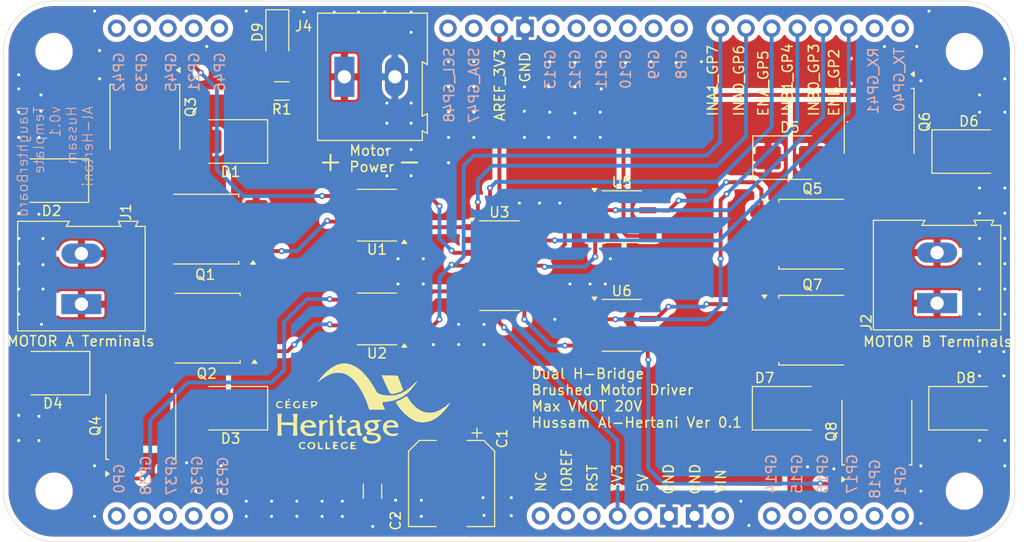
<source format=kicad_pcb>
(kicad_pcb (version 20240108) (generator "pcbnew") (generator_version "8.0")
  (layers (0 "F.Cu" signal) (31 "B.Cu" signal) (34 "B.Paste" user) (35 "F.Paste" user) (36 "B.SilkS" user "B.Silkscreen") (37 "F.SilkS" user "F.Silkscreen") (38 "B.Mask" user) (39 "F.Mask" user) (44 "Edge.Cuts" user))
  (net 0 "")
  (net 1 "Vdrive")
  (net 2 "GND")
  (net 3 "/POWA")
  (net 4 "/POWB")
  (net 5 "/POWC")
  (net 6 "/POWD")
  (net 9 "INA0")
  (net 12 "INB1")
  (net 14 "ENB")
  (net 31 "INA1")
  (net 36 "ENA")
  (net 37 "+3V3")
  (net 38 "INB0")
  (net 45 "Net-(Q1-G)")
  (net 46 "Net-(Q2-G)")
  (net 47 "Net-(Q3-G)")
  (net 48 "Net-(Q4-G)")
  (net 49 "Net-(Q5-G)")
  (net 50 "Net-(Q6-G)")
  (net 51 "Net-(Q7-G)")
  (net 52 "Net-(Q8-G)")
  (net 55 "Net-(U1-IN_B)")
  (net 56 "Net-(U2-IN_B)")
  (net 59 "Net-(U5-IN_B)")
  (net 60 "Net-(U6-IN_B)")
  (net 65 "Net-(D9-A)")
  (footprint "Diode_SMD:D_SMB" (layer "F.Cu") (at 78.3775 108.3275 180)
    (property "Reference" "D4")
    (property "Value" "B250")
  )
  (footprint "Diode_SMD:D_SMB" (layer "F.Cu") (at 151.2 111.8)
    (property "Reference" "D7")
    (property "Value" "B250")
  )
  (footprint "Diode_SMD:D_SMB" (layer "F.Cu") (at 95.95 111.8 180)
    (property "Reference" "D3")
    (property "Value" "B250")
  )
  (footprint "LED_SMD:LED_1206_3216Metric_Pad1.42x1.75mm_HandSolder" (layer "F.Cu") (at 100.5775 74.8225 -90)
    (property "Reference" "D9")
    (property "Value" "LED")
  )
  (footprint "TerminalBlock:TerminalBlock_Altech_AK300-2_P5.00mm" (layer "F.Cu") (at 81.2 101.5 90)
    (property "Reference" "J1")
    (property "Value" "Screw_Terminal_01x02")
  )
  (footprint "Package_TO_SOT_SMD:TO-252-2" (layer "F.Cu") (at 93.585 103.875 180)
    (property "Reference" "Q2")
    (property "Value" "AOD4189")
  )
  (footprint "Package_TO_SOT_SMD:TO-252-2" (layer "F.Cu") (at 159.85 114.11 90)
    (property "Reference" "Q8")
    (property "Value" "AOD66406")
  )
  (footprint "Package_TO_SOT_SMD:TO-252-2" (layer "F.Cu") (at 93.4425 94.075 180)
    (property "Reference" "Q1")
    (property "Value" "AOD4189")
  )
  (footprint "Package_SO:SO-8_3.9x4.9mm_P1.27mm" (layer "F.Cu") (at 134.625 92.845)
    (property "Reference" "U5")
    (property "Value" "MIC4427")
  )
  (footprint "Resistor_SMD:R_1206_3216Metric_Pad1.30x1.75mm_HandSolder" (layer "F.Cu") (at 101 80.4 180)
    (property "Reference" "R1")
    (property "Value" "1.6k")
  )
  (footprint "Package_SO:SO-8_3.9x4.9mm_P1.27mm" (layer "F.Cu") (at 110.425 92.695 180)
    (property "Reference" "U1")
    (property "Value" "MIC4427")
  )
  (footprint "Package_TO_SOT_SMD:TO-252-2" (layer "F.Cu") (at 153.465 104.075)
    (property "Reference" "Q7")
    (property "Value" "AOD4189")
  )
  (footprint "Diode_SMD:D_SMB" (layer "F.Cu") (at 168.95 86.4)
    (property "Reference" "D6")
    (property "Value" "B250")
  )
  (footprint "Diode_SMD:D_SMB" (layer "F.Cu") (at 95.95 85.4 180)
    (property "Reference" "D1")
    (property "Value" "B250")
  )
  (footprint "Package_SO:SO-14_3.9x8.65mm_P1.27mm" (layer "F.Cu") (at 122.525 97.69)
    (property "Reference" "U3")
    (property "Value" "74HC08")
  )
  (footprint "Diode_SMD:D_SMB" (layer "F.Cu") (at 78.25 89.2725 180)
    (property "Reference" "D2")
    (property "Value" "B250")
  )
  (footprint "TerminalBlock:TerminalBlock_Altech_AK300-2_P5.00mm" (layer "F.Cu") (at 165.8 101.4 90)
    (property "Reference" "J2")
    (property "Value" "Screw_Terminal_01x02")
  )
  (footprint "Package_TO_SOT_SMD:TO-252-2" (layer "F.Cu") (at 87.075 113.56 90)
    (property "Reference" "Q4")
    (property "Value" "AOD66406")
  )
  (footprint "Capacitor_SMD:CP_Elec_8x10" (layer "F.Cu") (at 117.8 119.25 -90)
    (property "Reference" "C1")
    (property "Value" "330u")
  )
  (footprint "Diode_SMD:D_SMB" (layer "F.Cu") (at 151.25 87)
    (property "Reference" "D5")
    (property "Value" "B250")
  )
  (footprint "TerminalBlock:TerminalBlock_Altech_AK300-2_P5.00mm" (layer "F.Cu") (at 107.2 79)
    (property "Reference" "J4")
    (property "Value" "Screw_Terminal_01x02")
  )
  (footprint "Package_TO_SOT_SMD:TO-252-2" (layer "F.Cu") (at 160.075 83.465 -90)
    (property "Reference" "Q6")
    (property "Value" "AOD66406")
  )
  (footprint "Package_TO_SOT_SMD:TO-252-2" (layer "F.Cu") (at 87.475 83.065 -90)
    (property "Reference" "Q3")
    (property "Value" "AOD66406")
  )
  (footprint "Package_SO:SO-8_3.9x4.9mm_P1.27mm" (layer "F.Cu") (at 110.425 102.965 180)
    (property "Reference" "U2")
    (property "Value" "MIC4427")
  )
  (footprint "Capacitor_SMD:C_1206_3216Metric_Pad1.33x1.80mm_HandSolder" (layer "F.Cu") (at 109.982 120.015 -90)
    (property "Reference" "C2")
    (property "Value" "0.1u")
  )
  (footprint "Diode_SMD:D_SMB" (layer "F.Cu") (at 168.65 111.8)
    (property "Reference" "D8")
    (property "Value" "B250")
  )
  (footprint "Package_SO:SO-8_3.9x4.9mm_P1.27mm" (layer "F.Cu") (at 134.625 103.595)
    (property "Reference" "U6")
    (property "Value" "MIC4427")
  )
  (footprint "Package_TO_SOT_SMD:TO-252-2" (layer "F.Cu") (at 153.465 94.575)
    (property "Reference" "Q5")
    (property "Value" "AOD4189")
  )
  (footprint "logos:heritage-logo-small" (layer "F.Cu") (at 108.8 111.6)
    (property "Reference" "G***" (hide yes))
    (property "Value" "LOGO" (hide yes))
  )
  (footprint "myparts:DaughterBoardTemplate" (layer "F.Cu") (at 122.78 99.854)
    (property "Reference" "J3" (hide yes))
    (property "Value" "DaughterBoard" (hide yes))
    (fp_line (start -49.28 20.146) (end -49.28 -23.354) (stroke (width 0.05)) (layer "Edge.Cuts"))
    (fp_line (start -44.28 -28.354) (end 45.72 -28.354) (stroke (width 0.05)) (layer "Edge.Cuts"))
    (fp_line (start 45.72 25.146) (end -44.28 25.146) (stroke (width 0.05)) (layer "Edge.Cuts"))
    (fp_line (start 50.72 -23.354) (end 50.72 20.146) (stroke (width 0.05)) (layer "Edge.Cuts"))
    (fp_arc (start -49.28 -23.354) (mid -47.815534 -26.889534) (end -44.28 -28.354) (stroke (width 0.05)) (layer "Edge.Cuts"))
    (fp_arc (start -44.28 25.146) (mid -47.815534 23.681534) (end -49.28 20.146) (stroke (width 0.05)) (layer "Edge.Cuts"))
    (fp_arc (start 45.72 -28.354) (mid 49.255534 -26.889534) (end 50.72 -23.354) (stroke (width 0.05)) (layer "Edge.Cuts"))
    (fp_arc (start 50.72 20.146) (mid 49.255534 23.681534) (end 45.72 25.146) (stroke (width 0.05)) (layer "Edge.Cuts"))
  )
  (gr_text "GP0" (at 85.53 117.2 90) (layer "B.SilkS") (effects (font (size 1 1)) (justify left bottom mirror)))
  (gr_text "GP16" (at 155.085 116.25 90) (layer "B.SilkS") (effects (font (size 1 1)) (justify left bottom mirror)))
  (gr_text "+" (at 107.2 88.5 0) (layer "F.SilkS") (effects (font (size 2 2) (thickness 0.2)) (justify left bottom mirror)))
  (gr_text "MOTOR B Terminals" (at 158.4 105.8 0) (layer "F.SilkS") (effects (font (size 1 1)) (justify left bottom)))
  (gr_text "MOTOR A Terminals" (at 73.75 105.75 0) (layer "F.SilkS") (effects (font (size 1 1)) (justify left bottom)))
  (gr_text "Motor \nPower" (at 107.6 88.5 0) (layer "F.SilkS") (effects (font (size 1 1)) (justify left bottom)))
  (gr_text "-" (at 115 88.5 0) (layer "F.SilkS") (effects (font (size 2 2) (thickness 0.2)) (justify left bottom mirror)))
  (gr_text "Dual H-Bridge \nBrushed Motor Driver\nMax VMOT 20V\nHussam Al-Hertani Ver 0.1" (at 125.6 113.8 0) (layer "F.SilkS") (effects (font (size 1 1)) (justify left bottom)))
  (via (at 133 99.5) (size 0.6) (drill 0.3) (layers "F.Cu" "B.Cu") (net 2))
  (via (at 130 77.6) (size 0.6) (drill 0.3) (layers "F.Cu" "B.Cu") (net 2))
  (via (at 111.4 81.6) (size 0.6) (drill 0.3) (layers "F.Cu" "B.Cu") (net 2))
  (via (at 77.2 82.4) (size 0.6) (drill 0.3) (layers "F.Cu" "B.Cu") (net 2))
  (via (at 117.5 80) (size 0.6) (drill 0.3) (layers "F.Cu" "B.Cu") (net 2))
  (via (at 120.904 120.65) (size 0.6) (drill 0.3) (layers "F.Cu" "B.Cu") (net 2))
  (via (at 113.8 81.6) (size 0.6) (drill 0.3) (layers "F.Cu" "B.Cu") (net 2))
  (via (at 155.6 117.8) (size 0.6) (drill 0.3) (layers "F.Cu" "B.Cu") (net 2))
  (via (at 172.5 95) (size 0.6) (drill 0.3) (layers "F.Cu" "B.Cu") (net 2))
  (via (at 108.6 72.6) (size 0.6) (drill 0.3) (layers "F.Cu" "B.Cu") (net 2))
  (via (at 170 90) (size 0.6) (drill 0.3) (layers "F.Cu" "B.Cu") (net 2))
  (via (at 126.5 91.5) (size 0.6) (drill 0.3) (layers "F.Cu" "B.Cu") (net 2))
  (via (at 97.5 72.5) (size 0.6) (drill 0.3) (layers "F.Cu" "B.Cu") (net 2))
  (via (at 172.5 100) (size 0.6) (drill 0.3) (layers "F.Cu" "B.Cu") (net 2))
  (via (at 77.4 97.6) (size 0.6) (drill 0.3) (layers "F.Cu" "B.Cu") (net 2))
  (via (at 172.4 108.6) (size 0.6) (drill 0.3) (layers "F.Cu" "B.Cu") (net 2))
  (via (at 142.5 77.5) (size 0.6) (drill 0.3) (layers "F.Cu" "B.Cu") (net 2))
  (via (at 77 92.6) (size 0.6) (drill 0.3) (layers "F.Cu" "B.Cu") (net 2))
  (via (at 103.2 72.6) (size 0.6) (drill 0.3) (layers "F.Cu" "B.Cu") (net 2))
  (via (at 121 105.5) (size 0.6) (drill 0.3) (layers "F.Cu" "B.Cu") (net 2))
  (via (at 112.5 99.5) (size 0.6) (drill 0.3) (layers "F.Cu" "B.Cu") (net 2))
  (via (at 172.5 117.5) (size 0.6) (drill 0.3) (layers "F.Cu" "B.Cu") (net 2))
  (via (at 172.5 90) (size 0.6) (drill 0.3) (layers "F.Cu" "B.Cu") (net 2))
  (via (at 110 123.5) (size 0.6) (drill 0.3) (layers "F.Cu" "B.Cu") (net 2))
  (via (at 116 105.5) (size 0.6) (drill 0.3) (layers "F.Cu" "B.Cu") (net 2))
  (via (at 75 102.5) (size 0.6) (drill 0.3) (layers "F.Cu" "B.Cu") (net 2))
  (via (at 77.4 100) (size 0.6) (drill 0.3) (layers "F.Cu" "B.Cu") (net 2))
  (via (at 100 121) (size 0.6) (drill 0.3) (layers "F.Cu" "B.Cu") (net 2))
  (via (at 95 120) (size 0.6) (drill 0.3) (layers "F.Cu" "B.Cu") (net 2))
  (via (at 164.2 79.4) (size 0.6) (drill 0.3) (layers "F.Cu" "B.Cu") (net 2))
  (via (at 172.5 97.5) (size 0.6) (drill 0.3) (layers "F.Cu" "B.Cu") (net 2))
  (via (at 170 100) (size 0.6) (drill 0.3) (layers "F.Cu" "B.Cu") (net 2))
  (via (at 123.698 122.428) (size 0.6) (drill 0.3) (layers "F.Cu" "B.Cu") (net 2))
  (via (at 129.5 99.5) (size 0.6) (drill 0.3) (layers "F.Cu" "B.Cu") (net 2))
  (via (at 128.5 91.5) (size 0.6) (drill 0.3) (layers "F.Cu" "B.Cu") (net 2))
  (via (at 125 82.4) (size 0.6) (drill 0.3) (layers "F.Cu" "B.Cu") (net 2))
  (via (at 102.5 121) (size 0.6) (drill 0.3) (layers "F.Cu" "B.Cu") (net 2))
  (via (at 132.5 77.5) (size 0.6) (drill 0.3) (layers "F.Cu" "B.Cu") (net 2))
  (via (at 170 108.6) (size 0.6) (drill 0.3) (layers "F.Cu" "B.Cu") (net 2))
  (via (at 121 122.4) (size 0.6) (drill 0.3) (layers "F.Cu" "B.Cu") (net 2))
  (via (at 130 82.6) (size 0.6) (drill 0.3) (layers "F.Cu" "B.Cu") (net 2))
  (via (at 97.5 122.5) (size 0.6) (drill 0.3) (layers "F.Cu" "B.Cu") (net 2))
  (via (at 170 115) (size 0.6) (drill 0.3) (layers "F.Cu" "B.Cu") (net 2))
  (via (at 111.2 72.6) (size 0.6) (drill 0.3) (layers "F.Cu" "B.Cu") (net 2))
  (via (at 92.5 120) (size 0.6) (drill 0.3) (layers "F.Cu" "B.Cu") (net 2))
  (via (at 75 95) (size 0.6) (drill 0.3) (layers "F.Cu" "B.Cu") (net 2))
  (via (at 172.5 115) (size 0.6) (drill 0.3) (layers "F.Cu" "B.Cu") (net 2))
  (via (at 117.5 82.5) (size 0.6) (drill 0.3) (layers "F.Cu" "B.Cu") (net 2))
  (via (at 77.2 80.8) (size 0.6) (drill 0.3) (layers "F.Cu" "B.Cu") (net 2))
  (via (at 120 80) (size 0.6) (drill 0.3) (layers "F.Cu" "B.Cu") (net 2))
  (via (at 97.5 121) (size 0.6) (drill 0.3) (layers "F.Cu" "B.Cu") (net 2))
  (via (at 132.5 82.5) (size 0.6) (drill 0.3) (layers "F.Cu" "B.Cu") (net 2))
  (via (at 170 97.5) (size 0.6) (drill 0.3) (layers "F.Cu" "B.Cu") (net 2))
  (via (at 135 77.6) (size 0.6) (drill 0.3) (layers "F.Cu" "B.Cu") (net 2))
  (via (at 83 76.4) (size 0.6) (drill 0.3) (layers "F.Cu" "B.Cu") (net 2))
  (via (at 120 82.5) (size 0.6) (drill 0.3) (layers "F.Cu" "B.Cu") (net 2))
  (via (at 123.698 120.65) (size 0.6) (drill 0.3) (layers "F.Cu" "B.Cu") (net 2))
  (via (at 107 121) (size 0.6) (drill 0.3) (layers "F.Cu" "B.Cu") (net 2))
  (via (at 115 99.5) (size 0.6) (drill 0.3) (layers "F.Cu" "B.Cu") (net 2))
  (via (at 112.5 97) (size 0.6) (drill 0.3) (layers "F.Cu" "B.Cu") (net 2))
  (via (at 172.5 92.5) (size 0.6) (drill 0.3) (layers "F.Cu" "B.Cu") (net 2))
  (via (at 165 72.5) (size 0.6) (drill 0.3) (layers "F.Cu" "B.Cu") (net 2))
  (via (at 170 92.5) (size 0.6) (drill 0.3) (layers "F.Cu" "B.Cu") (net 2))
  (via (at 120 77.5) (size 0.6) (drill 0.3) (layers "F.Cu" "B.Cu") (net 2))
  (via (at 82.5 122.5) (size 0.6) (drill 0.3) (layers "F.Cu" "B.Cu") (net 2))
  (via (at 102.5 122.5) (size 0.6) (drill 0.3) (layers "F.Cu" "B.Cu") (net 2))
  (via (at 113.8 88.8) (size 0.6) (drill 0.3) (layers "F.Cu" "B.Cu") (net 2))
  (via (at 114.808 122.5) (size 0.6) (drill 0.3) (layers "F.Cu" "B.Cu") (net 2))
  (via (at 146.4 121) (size 0.6) (drill 0.3) (layers "F.Cu" "B.Cu") (net 2))
  (via (at 75 115) (size 0.6) (drill 0.3) (layers "F.Cu" "B.Cu") (net 2))
  (via (at 77 85) (size 0.6) (drill 0.3) (layers "F.Cu" "B.Cu") (net 2))
  (via (at 115 97) (size 0.6) (drill 0.3) (layers "F.Cu" "B.Cu") (net 2))
  (via (at 121 103.5) (size 0.6) (drill 0.3) (layers "F.Cu" "B.Cu") (net 2))
  (via (at 75 80.2) (size 0.6) (drill 0.3) (layers "F.Cu" "B.Cu") (net 2))
  (via (at 172.5 82.5) (size 0.6) (drill 0.3) (layers "F.Cu" "B.Cu") (net 2))
  (via (at 105 121) (size 0.6) (drill 0.3) (layers "F.Cu" "B.Cu") (net 2))
  (via (at 170 80.8) (size 0.6) (drill 0.3) (layers "F.Cu" "B.Cu") (net 2))
  (via (at 82.5 72.5) (size 0.6) (drill 0.3) (layers "F.Cu" "B.Cu") (net 2))
  (via (at 124.5 91.5) (size 0.6) (drill 0.3) (layers "F.Cu" "B.Cu") (net 2))
  (via (at 172.4 106.2) (size 0.6) (drill 0.3) (layers "F.Cu" "B.Cu") (net 2))
  (via (at 77.4 95) (size 0.6) (drill 0.3) (layers "F.Cu" "B.Cu") (net 2))
  (via (at 125 80) (size 0.6) (drill 0.3) (layers "F.Cu" "B.Cu") (net 2))
  (via (at 82.5 117.5) (size 0.6) (drill 0.3) (layers "F.Cu" "B.Cu") (net 2))
  (via (at 113.8 86.2) (size 0.6) (drill 0.3) (layers "F.Cu" "B.Cu") (net 2))
  (via (at 127.4 85) (size 0.6) (drill 0.3) (layers "F.Cu" "B.Cu") (net 2))
  (via (at 75 85) (size 0.6) (drill 0.3) (layers "F.Cu" "B.Cu") (net 2))
  (via (at 118.5 103.5) (size 0.6) (drill 0.3) (layers "F.Cu" "B.Cu") (net 2))
  (via (at 117.5 87.5) (size 0.6) (drill 0.3) (layers "F.Cu" "B.Cu") (net 2))
  (via (at 164.2 117.5) (size 0.6) (drill 0.3) (layers "F.Cu" "B.Cu") (net 2))
  (via (at 147.2 123.4) (size 0.6) (drill 0.3) (layers "F.Cu" "B.Cu") (net 2))
  (via (at 132.6 80.2) (size 0.6) (drill 0.3) (layers "F.Cu" "B.Cu") (net 2))
  (via (at 117.5 77.5) (size 0.6) (drill 0.3) (layers "F.Cu" "B.Cu") (net 2))
  (via (at 93.6 76) (size 0.6) (drill 0.3) (layers "F.Cu" "B.Cu") (net 2))
  (via (at 172.5 79.2) (size 0.6) (drill 0.3) (layers "F.Cu" "B.Cu") (net 2))
  (via (at 118.5 105.5) (size 0.6) (drill 0.3) (layers "F.Cu" "B.Cu") (net 2))
  (via (at 127.5 77.5) (size 0.6) (drill 0.3) (layers "F.Cu" "B.Cu") (net 2))
  (via (at 75 112.5) (size 0.6) (drill 0.3) (layers "F.Cu" "B.Cu") (net 2))
  (via (at 164.2 123.2) (size 0.6) (drill 0.3) (layers "F.Cu" "B.Cu") (net 2))
  (via (at 75 92.5) (size 0.6) (drill 0.3) (layers "F.Cu" "B.Cu") (net 2))
  (via (at 77 115) (size 0.6) (drill 0.3) (layers "F.Cu" "B.Cu") (net 2))
  (via (at 160.6 76) (size 0.6) (drill 0.3) (layers "F.Cu" "B.Cu") (net 2))
  (via (at 164.2 120) (size 0.6) (drill 0.3) (layers "F.Cu" "B.Cu") (net 2))
  (via (at 128 103) (size 0.6) (drill 0.3) (layers "F.Cu" "B.Cu") (net 2))
  (via (at 131.5 99.5) (size 0.6) (drill 0.3) (layers "F.Cu" "B.Cu") (net 2))
  (via (at 117.5 85) (size 0.6) (drill 0.3) (layers "F.Cu" "B.Cu") (net 2))
  (via (at 83 79.2) (size 0.6) (drill 0.3) (layers "F.Cu" "B.Cu") (net 2))
  (via (at 112.268 120.904) (size 0.6) (drill 0.3) (layers "F.Cu" "B.Cu") (net 2))
  (via (at 114.808 120.904) (size 0.6) (drill 0.3) (layers "F.Cu" "B.Cu") (net 2))
  (via (at 100 122.5) (size 0.6) (drill 0.3) (layers "F.Cu" "B.Cu") (net 2))
  (via (at 170 102.5) (size 0.6) (drill 0.3) (layers "F.Cu" "B.Cu") (net 2))
  (via (at 125 85) (size 0.6) (drill 0.3) (layers "F.Cu" "B.Cu") (net 2))
  (via (at 170 95) (size 0.6) (drill 0.3) (layers "F.Cu" "B.Cu") (net 2))
  (via (at 127.5 82.5) (size 0.6) (drill 0.3) (layers "F.Cu" "B.Cu") (net 2))
  (via (at 132.5 85) (size 0.6) (drill 0.3) (layers "F.Cu" "B.Cu") (net 2))
  (via (at 140 77.6) (size 0.6) (drill 0.3) (layers "F.Cu" "B.Cu") (net 2))
  (via (at 91.6 117.2) (size 0.6) (drill 0.3) (layers "F.Cu" "B.Cu") (net 2))
  (via (at 130 85) (size 0.6) (drill 0.3) (layers "F.Cu" "B.Cu") (net 2))
  (via (at 111.4 83.6) (size 0.6) (drill 0.3) (layers "F.Cu" "B.Cu") (net 2))
  (via (at 75 82.5) (size 0.6) (drill 0.3) (layers "F.Cu" "B.Cu") (net 2))
  (via (at 170 82.5) (size 0.6) (drill 0.3) (layers "F.Cu" "B.Cu") (net 2))
  (via (at 120 85) (size 0.6) (drill 0.3) (layers "F.Cu" "B.Cu") (net 2))
  (via (at 113.8 72.6) (size 0.6) (drill 0.3) (layers "F.Cu" "B.Cu") (net 2))
  (via (at 111.4 88.8) (size 0.6) (drill 0.3) (layers "F.Cu" "B.Cu") (net 2))
  (via (at 112.268 122.428) (size 0.6) (drill 0.3) (layers "F.Cu" "B.Cu") (net 2))
  (via (at 127.4 80) (size 0.6) (drill 0.3) (layers "F.Cu" "B.Cu") (net 2))
  (via (at 153 117.6) (size 0.6) (drill 0.3) (layers "F.Cu" "B.Cu") (net 2))
  (via (at 106.2 72.6) (size 0.6) (drill 0.3) (layers "F.Cu" "B.Cu") (net 2))
  (via (at 113.8 83.6) (size 0.6) (drill 0.3) (layers "F.Cu" "B.Cu") (net 2))
  (via (at 95 117.5) (size 0.6) (drill 0.3) (layers "F.Cu" "B.Cu") (net 2))
  (via (at 137.5 77.5) (size 0.6) (drill 0.3) (layers "F.Cu" "B.Cu") (net 2))
  (via (at 133.5 97) (size 0.6) (drill 0.3) (layers "F.Cu" "B.Cu") (net 2))
  (via (at 105 122.5) (size 0.6) (drill 0.3) (layers "F.Cu" "B.Cu") (net 2))
  (via (at 172.5 102.5) (size 0.6) (drill 0.3) (layers "F.Cu" "B.Cu") (net 2))
  (via (at 170 106.2) (size 0.6) (drill 0.3) (layers "F.Cu" "B.Cu") (net 2))
  (via (at 130 80) (size 0.6) (drill 0.3) (layers "F.Cu" "B.Cu") (net 2))
  (via (at 77 112.6) (size 0.6) (drill 0.3) (layers "F.Cu" "B.Cu") (net 2))
  (via (at 75 78.8) (size 0.6) (drill 0.3) (layers "F.Cu" "B.Cu") (net 2))
  (via (at 75 100) (size 0.6) (drill 0.3) (layers "F.Cu" "B.Cu") (net 2))
  (via (at 111.4 86.2) (size 0.6) (drill 0.3) (layers "F.Cu" "B.Cu") (net 2))
  (via (at 75 97.5) (size 0.6) (drill 0.3) (layers "F.Cu" "B.Cu") (net 2))
  (via (at 107 122.5) (size 0.6) (drill 0.3) (layers "F.Cu" "B.Cu") (net 2))
  (via (at 77.25 103.5) (size 0.6) (drill 0.3) (layers "F.Cu" "B.Cu") (net 2))
  (via (at 163.8 76) (size 0.6) (drill 0.3) (layers "F.Cu" "B.Cu") (net 2))
  (via (at 113.8 74.6) (size 0.6) (drill 0.3) (layers "F.Cu" "B.Cu") (net 2))
  (segment (start 114.88 93.88) (end 114.33 93.33) (width 0.381) (layer "F.Cu") (net 9))
  (segment (start 120.4 93.53) (end 120.05 93.88) (width 0.381) (layer "F.Cu") (net 9))
  (segment (start 120.4 91.4) (end 120.4 93.53) (width 0.381) (layer "F.Cu") (net 9))
  (segment (start 114.33 93.33) (end 113 93.33) (width 0.381) (layer "F.Cu") (net 9))
  (segment (start 120.05 93.88) (end 114.88 93.88) (width 0.381) (layer "F.Cu") (net 9))
  (via (at 120.4 91.4) (size 0.6) (drill 0.3) (layers "F.Cu" "B.Cu") (net 9))
  (segment (start 144 87.8) (end 121.8 87.8) (width 0.381) (layer "B.Cu") (net 9))
  (segment (start 121.8 87.8) (end 120.4 89.2) (width 0.381) (layer "B.Cu") (net 9))
  (segment (start 146.91 84.89) (end 144 87.8) (width 0.381) (layer "B.Cu") (net 9))
  (segment (start 120.4 89.2) (end 120.4 89.6) (width 0.381) (layer "B.Cu") (net 9))
  (segment (start 120.4 89.6) (end 120.4 91.4) (width 0.381) (layer "B.Cu") (net 9))
  (segment (start 146.91 74.2) (end 146.91 84.89) (width 0.381) (layer "B.Cu") (net 9))
  (segment (start 144.4 91.2) (end 144.4 97) (width 0.381) (layer "F.Cu") (net 12))
  (segment (start 132.09 103) (end 132.05 102.96) (width 0.381) (layer "F.Cu") (net 12))
  (segment (start 132.05 102.96) (end 129.76 102.96) (width 0.381) (layer "F.Cu") (net 12))
  (segment (start 134 103) (end 132.09 103) (width 0.381) (layer "F.Cu") (net 12))
  (segment (start 127.03 100.23) (end 125 100.23) (width 0.381) (layer "F.Cu") (net 12))
  (segment (start 129.76 102.96) (end 127.03 100.23) (width 0.381) (layer "F.Cu") (net 12))
  (segment (start 145 90.6) (end 144.4 91.2) (width 0.381) (layer "F.Cu") (net 12))
  (via (at 144.4 97) (size 0.6) (drill 0.3) (layers "F.Cu" "B.Cu") (net 12))
  (via (at 145 90.6) (size 0.6) (drill 0.3) (layers "F.Cu" "B.Cu") (net 12))
  (via (at 134 103) (size 0.6) (drill 0.3) (layers "F.Cu" "B.Cu") (net 12))
  (segment (start 144.4 97) (end 144.4 101.6) (width 0.381) (layer "B.Cu") (net 12))
  (segment (start 143 103) (end 134 103) (width 0.381) (layer "B.Cu") (net 12))
  (segment (start 143.6 102.4) (end 143 103) (width 0.381) (layer "B.Cu") (net 12))
  (segment (start 151.99 74.2) (end 151.99 83.61) (width 0.381) (layer "B.Cu") (net 12))
  (segment (start 151.99 83.61) (end 145 90.6) (width 0.381) (layer "B.Cu") (net 12))
  (segment (start 144.4 101.6) (end 143.6 102.4) (width 0.381) (layer "B.Cu") (net 12))
  (segment (start 123.65 95.15) (end 123.4 95.4) (width 0.381) (layer "F.Cu") (net 14))
  (segment (start 123.4 95.4) (end 123.4 98.6) (width 0.381) (layer "F.Cu") (net 14))
  (segment (start 125 95.15) (end 123.65 95.15) (width 0.381) (layer "F.Cu") (net 14))
  (segment (start 125.05 95.2) (end 125 95.15) (width 0.381) (layer "F.Cu") (net 14))
  (segment (start 123.4 98.6) (end 123.76 98.96) (width 0.381) (layer "F.Cu") (net 14))
  (segment (start 123.76 98.96) (end 125 98.96) (width 0.381) (layer "F.Cu") (net 14))
  (segment (start 128 95.2) (end 125.05 95.2) (width 0.381) (layer "F.Cu") (net 14))
  (via (at 128 95.2) (size 0.6) (drill 0.3) (layers "F.Cu" "B.Cu") (net 14))
  (segment (start 157.07 82.43) (end 157.07 74.2) (width 0.381) (layer "B.Cu") (net 14))
  (segment (start 128 95.2) (end 144.3 95.2) (width 0.381) (layer "B.Cu") (net 14))
  (segment (start 144.3 95.2) (end 157.07 82.43) (width 0.381) (layer "B.Cu") (net 14))
  (segment (start 116 103.6) (end 113 103.6) (width 0.381) (layer "F.Cu") (net 31))
  (segment (start 120.05 97.69) (end 117.89 97.69) (width 0.381) (layer "F.Cu") (net 31))
  (segment (start 116.6 103) (end 116 103.6) (width 0.381) (layer "F.Cu") (net 31))
  (segment (start 117.89 97.69) (end 117.8 97.6) (width 0.381) (layer "F.Cu") (net 31))
  (via (at 117.8 97.6) (size 0.6) (drill 0.3) (layers "F.Cu" "B.Cu") (net 31))
  (via (at 116.6 103) (size 0.6) (drill 0.3) (layers "F.Cu" "B.Cu") (net 31))
  (segment (start 116.6 98.8) (end 116.6 103) (width 0.381) (layer "B.Cu") (net 31))
  (segment (start 144.37 85.43) (end 143 86.8) (width 0.381) (layer "B.Cu") (net 31))
  (segment (start 119 87.8) (end 119 96.8) (width 0.381) (layer "B.Cu") (net 31))
  (segment (start 117.8 97.6) (end 116.6 98.8) (width 0.381) (layer "B.Cu") (net 31))
  (segment (start 144.37 74.2) (end 144.37 85.43) (width 0.381) (layer "B.Cu") (net 31))
  (segment (start 143 86.8) (end 120 86.8) (width 0.381) (layer "B.Cu") (net 31))
  (segment (start 119 96.8) (end 118.2 97.6) (width 0.381) (layer "B.Cu") (net 31))
  (segment (start 118.2 97.6) (end 117.8 97.6) (width 0.381) (layer "B.Cu") (net 31))
  (segment (start 120 86.8) (end 119 87.8) (width 0.381) (layer "B.Cu") (net 31))
  (segment (start 121.6 98.6) (end 121.24 98.96) (width 0.381) (layer "F.Cu") (net 36))
  (segment (start 120.05 95.15) (end 121.35 95.15) (width 0.381) (layer "F.Cu") (net 36))
  (segment (start 121.6 90) (end 121.6 95.4) (width 0.381) (layer "F.Cu") (net 36))
  (segment (start 121.24 98.96) (end 120.05 98.96) (width 0.381) (layer "F.Cu") (net 36))
  (segment (start 121.6 95.4) (end 121.6 98.6) (width 0.381) (layer "F.Cu") (net 36))
  (segment (start 121.35 95.15) (end 121.6 95.4) (width 0.381) (layer "F.Cu") (net 36))
  (via (at 121.6 90) (size 0.6) (drill 0.3) (layers "F.Cu" "B.Cu") (net 36))
  (segment (start 144 89.4) (end 149.45 83.95) (width 0.381) (layer "B.Cu") (net 36))
  (segment (start 122.2 89.4) (end 144 89.4) (width 0.381) (layer "B.Cu") (net 36))
  (segment (start 121.6 90) (end 122.2 89.4) (width 0.381) (layer "B.Cu") (net 36))
  (segment (start 149.45 83.95) (end 149.45 74.2) (width 0.381) (layer "B.Cu") (net 36))
  (segment (start 123.6 93.8) (end 123.68 93.88) (width 0.381) (layer "F.Cu") (net 37))
  (segment (start 122.526 93.126) (end 122.526 103.326) (width 0.381) (layer "F.Cu") (net 37))
  (segment (start 123.68 93.88) (end 125 93.88) (width 0.381) (layer "F.Cu") (net 37))
  (segment (start 123.2 93.8) (end 123.6 93.8) (width 0.381) (layer "F.Cu") (net 37))
  (segment (start 122.526 93.126) (end 123.2 93.8) (width 0.381) (layer "F.Cu") (net 37))
  (segment (start 122.526 74.2) (end 122.526 93.126) (width 0.381) (layer "F.Cu") (net 37))
  (segment (start 122.526 103.326) (end 123 103.8) (width 0.381) (layer "F.Cu") (net 37))
  (via (at 123 103.8) (size 0.6) (drill 0.3) (layers "F.Cu" "B.Cu") (net 37))
  (segment (start 134.21 115.01) (end 134.21 122.46) (width 0.381) (layer "B.Cu") (net 37))
  (segment (start 123 103.8) (end 134.21 115.01) (width 0.381) (layer "B.Cu") (net 37))
  (segment (start 129.99 92.21) (end 132.05 92.21) (width 0.381) (layer "F.Cu") (net 38))
  (segment (start 129 93.2) (end 129.99 92.21) (width 0.381) (layer "F.Cu") (net 38))
  (segment (start 125 96.42) (end 128.18 96.42) (width 0.381) (layer "F.Cu") (net 38))
  (segment (start 128.18 96.42) (end 129 95.6) (width 0.381) (layer "F.Cu") (net 38))
  (segment (start 129 95.6) (end 129 93.2) (width 0.381) (layer "F.Cu") (net 38))
  (segment (start 132.06 92.2) (end 132.05 92.21) (width 0.381) (layer "F.Cu") (net 38))
  (segment (start 134 92.2) (end 132.06 92.2) (width 0.381) (layer "F.Cu") (net 38))
  (via (at 134 92.2) (size 0.6) (drill 0.3) (layers "F.Cu" "B.Cu") (net 38))
  (segment (start 154.53 82.97) (end 145.3 92.2) (width 0.381) (layer "B.Cu") (net 38))
  (segment (start 154.53 74.2) (end 154.53 82.97) (width 0.381) (layer "B.Cu") (net 38))
  (segment (start 145.3 92.2) (end 134 92.2) (width 0.381) (layer "B.Cu") (net 38))
  (segment (start 101 96.25) (end 98.5875 96.25) (width 0.381) (layer "F.Cu") (net 45))
  (segment (start 98.5875 96.25) (end 98.4825 96.355) (width 0.381) (layer "F.Cu") (net 45))
  (segment (start 107.85 93.33) (end 105.58 93.33) (width 0.381) (layer "F.Cu") (net 45))
  (segment (start 105.58 93.33) (end 105.5 93.25) (width 0.381) (layer "F.Cu") (net 45))
  (via (at 105.5 93.25) (size 0.6) (drill 0.3) (layers "F.Cu" "B.Cu") (net 45))
  (via (at 101 96.25) (size 0.6) (drill 0.3) (layers "F.Cu" "B.Cu") (net 45))
  (segment (start 102.5 96.25) (end 101 96.25) (width 0.381) (layer "B.Cu") (net 45))
  (segment (start 105.5 93.25) (end 102.5 96.25) (width 0.381) (layer "B.Cu") (net 45))
  (segment (start 101.595 106.155) (end 98.625 106.155) (width 0.381) (layer "F.Cu") (net 46))
  (segment (start 102.25 105.5) (end 101.595 106.155) (width 0.381) (layer "F.Cu") (net 46))
  (segment (start 105.85 103.6) (end 105.75 103.5) (width 0.381) (layer "F.Cu") (net 46))
  (segment (start 107.85 103.6) (end 105.85 103.6) (width 0.381) (layer "F.Cu") (net 46))
  (via (at 102.25 105.5) (size 0.6) (drill 0.3) (layers "F.Cu" "B.Cu") (net 46))
  (via (at 105.75 103.5) (size 0.6) (drill 0.3) (layers "F.Cu" "B.Cu") (net 46))
  (segment (start 105.75 103.5) (end 104.25 103.5) (width 0.381) (layer "B.Cu") (net 46))
  (segment (start 104.25 103.5) (end 102.25 105.5) (width 0.381) (layer "B.Cu") (net 46))
  (segment (start 92.425 78.025) (end 93 78.6) (width 0.381) (layer "F.Cu") (net 47))
  (segment (start 89.755 78.025) (end 92.425 78.025) (width 0.381) (layer "F.Cu") (net 47))
  (segment (start 105 90.8) (end 107.84 90.8) (width 0.381) (layer "F.Cu") (net 47))
  (segment (start 107.84 90.8) (end 107.85 90.79) (width 0.381) (layer "F.Cu") (net 47))
  (via (at 93 78.6) (size 0.6) (drill 0.3) (layers "F.Cu" "B.Cu") (net 47))
  (via (at 105 90.8) (size 0.6) (drill 0.3) (layers "F.Cu" "B.Cu") (net 47))
  (segment (start 94.6 88.2) (end 96.8 90.4) (width 0.381) (layer "B.Cu") (net 47))
  (segment (start 94.6 86.8) (end 94.6 88.2) (width 0.381) (layer "B.Cu") (net 47))
  (segment (start 94.6 80.2) (end 94.6 86.8) (width 0.381) (layer "B.Cu") (net 47))
  (segment (start 96.8 90.4) (end 97.2 90.8) (width 0.381) (layer "B.Cu") (net 47))
  (segment (start 93 78.6) (end 94.6 80.2) (width 0.381) (layer "B.Cu") (net 47))
  (segment (start 97.2 90.8) (end 105 90.8) (width 0.381) (layer "B.Cu") (net 47))
  (segment (start 87.25 118.75) (end 84.945 118.75) (width 0.381) (layer "F.Cu") (net 48))
  (segment (start 107.85 101.06) (end 105.81 101.06) (width 0.381) (layer "F.Cu") (net 48))
  (segment (start 105.81 101.06) (end 105.75 101) (width 0.381) (layer "F.Cu") (net 48))
  (segment (start 84.945 118.75) (end 84.795 118.6) (width 0.381) (layer "F.Cu") (net 48))
  (via (at 105.75 101) (size 0.6) (drill 0.3) (layers "F.Cu" "B.Cu") (net 48))
  (via (at 87.25 118.75) (size 0.6) (drill 0.3) (layers "F.Cu" "B.Cu") (net 48))
  (segment (start 101.25 103.25) (end 101.25 103.75) (width 0.381) (layer "B.Cu") (net 48))
  (segment (start 88 118) (end 87.75 118.25) (width 0.381) (layer "B.Cu") (net 48))
  (segment (start 87.75 118.25) (end 87.25 118.75) (width 0.381) (layer "B.Cu") (net 48))
  (segment (start 105.75 101) (end 103.5 101) (width 0.381) (layer "B.Cu") (net 48))
  (segment (start 91.75 109.25) (end 88 113) (width 0.381) (layer "B.Cu") (net 48))
  (segment (start 88 113.5) (end 88 118) (width 0.381) (layer "B.Cu") (net 48))
  (segment (start 103.5 101) (end 101.25 103.25) (width 0.381) (layer "B.Cu") (net 48))
  (segment (start 100 109.25) (end 91.75 109.25) (width 0.381) (layer "B.Cu") (net 48))
  (segment (start 101.25 108) (end 100 109.25) (width 0.381) (layer "B.Cu") (net 48))
  (segment (start 88 113) (end 88 113.5) (width 0.381) (layer "B.Cu") (net 48))
  (segment (start 101.25 103.75) (end 101.25 108) (width 0.381) (layer "B.Cu") (net 48))
  (segment (start 138.75 92.25) (end 138.71 92.21) (width 0.381) (layer "F.Cu") (net 49))
  (segment (start 148.425 90.175) (end 147.688258 89.438258) (width 0.381) (layer "F.Cu") (net 49))
  (segment (start 147.688258 89.438258) (end 144.938258 89.438258) (width 0.381) (layer "F.Cu") (net 49))
  (segment (start 138.71 92.21) (end 137.2 92.21) (width 0.381) (layer "F.Cu") (net 49))
  (segment (start 140.25 91.25) (end 139.25 92.25) (width 0.381) (layer "F.Cu") (net 49))
  (segment (start 148.425 92.295) (end 148.425 90.175) (width 0.381) (layer "F.Cu") (net 49))
  (segment (start 139.25 92.25) (end 138.75 92.25) (width 0.381) (layer "F.Cu") (net 49))
  (via (at 144.938258 89.438258) (size 0.6) (drill 0.3) (layers "F.Cu" "B.Cu") (net 49))
  (via (at 140.25 91.25) (size 0.6) (drill 0.3) (layers "F.Cu" "B.Cu") (net 49))
  (segment (start 143.126516 91.25) (end 140.25 91.25) (width 0.381) (layer "B.Cu") (net 49))
  (segment (start 144.938258 89.438258) (end 143.126516 91.25) (width 0.381) (layer "B.Cu") (net 49))
  (segment (start 135.15 94.75) (end 134.8 94.4) (width 0.381) (layer "F.Cu") (net 50))
  (segment (start 134.8 81.4) (end 135.4 80.8) (width 0.381) (layer "F.Cu") (net 50))
  (segment (start 161.8 80.8) (end 162.355 80.245) (width 0.381) (layer "F.Cu") (net 50))
  (segment (start 134.8 94.4) (end 134.8 81.4) (width 0.381) (layer "F.Cu") (net 50))
  (segment (start 135.4 80.8) (end 161.8 80.8) (width 0.381) (layer "F.Cu") (net 50))
  (segment (start 137.2 94.75) (end 135.15 94.75) (width 0.381) (layer "F.Cu") (net 50))
  (segment (start 162.355 80.245) (end 162.355 78.425) (width 0.381) (layer "F.Cu") (net 50))
  (segment (start 143 101.5) (end 146.25 101.5) (width 0.381) (layer "F.Cu") (net 51))
  (segment (start 137.2 102.96) (end 138.04 102.96) (width 0.381) (layer "F.Cu") (net 51))
  (segment (start 138.04 102.96) (end 139.25 101.75) (width 0.381) (layer "F.Cu") (net 51))
  (segment (start 146.545 101.795) (end 148.425 101.795) (width 0.381) (layer "F.Cu") (net 51))
  (segment (start 146.25 101.5) (end 146.545 101.795) (width 0.381) (layer "F.Cu") (net 51))
  (via (at 143 101.5) (size 0.6) (drill 0.3) (layers "F.Cu" "B.Cu") (net 51))
  (via (at 139.25 101.75) (size 0.6) (drill 0.3) (layers "F.Cu" "B.Cu") (net 51))
  (segment (start 139.25 101.75) (end 142.75 101.75) (width 0.381) (layer "B.Cu") (net 51))
  (segment (start 142.75 101.75) (end 143 101.5) (width 0.381) (layer "B.Cu") (net 51))
  (segment (start 137.2 105.5) (end 137.2 106.95) (width 0.381) (layer "F.Cu") (net 52))
  (segment (start 154.25 119.25) (end 157.47 119.25) (width 0.381) (layer "F.Cu") (net 52))
  (segment (start 137.2 106.95) (end 137.25 107) (width 0.381) (layer "F.Cu") (net 52))
  (segment (start 157.47 119.25) (end 157.57 119.15) (width 0.381) (layer "F.Cu") (net 52))
  (via (at 137.25 107) (size 0.6) (drill 0.3) (layers "F.Cu" "B.Cu") (net 52))
  (via (at 154.25 119.25) (size 0.6) (drill 0.3) (layers "F.Cu" "B.Cu") (net 52))
  (segment (start 137.25 117.75) (end 138.5 119) (width 0.381) (layer "B.Cu") (net 52))
  (segment (start 138.75 119.25) (end 154.25 119.25) (width 0.381) (layer "B.Cu") (net 52))
  (segment (start 138.5 119) (end 138.75 119.25) (width 0.381) (layer "B.Cu") (net 52))
  (segment (start 137.25 107) (end 137.25 117.75) (width 0.381) (layer "B.Cu") (net 52))
  (segment (start 118.02 96.42) (end 117.8 96.2) (width 0.381) (layer "F.Cu") (net 55))
  (segment (start 120.05 96.42) (end 118.02 96.42) (width 0.381) (layer "F.Cu") (net 55))
  (segment (start 115.59 90.79) (end 113 90.79) (width 0.381) (layer "F.Cu") (net 55))
  (segment (start 116.6 91.8) (end 115.59 90.79) (width 0.381) (layer "F.Cu") (net 55))
  (via (at 117.8 96.2) (size 0.6) (drill 0.3) (layers "F.Cu" "B.Cu") (net 55))
  (via (at 116.6 91.8) (size 0.6) (drill 0.3) (layers "F.Cu" "B.Cu") (net 55))
  (segment (start 116.6 95) (end 116.6 91.8) (width 0.381) (layer "B.Cu") (net 55))
  (segment (start 117.8 96.2) (end 116.6 95) (width 0.381) (layer "B.Cu") (net 55))
  (segment (start 115.97 100.23) (end 115.14 101.06) (width 0.381) (layer "F.Cu") (net 56))
  (segment (start 120.05 100.23) (end 115.97 100.23) (width 0.381) (layer "F.Cu") (net 56))
  (segment (start 115.14 101.06) (end 113 101.06) (width 0.381) (layer "F.Cu") (net 56))
  (segment (start 126.89 97.69) (end 127 97.8) (width 0.381) (layer "F.Cu") (net 59))
  (segment (start 132 96.8) (end 132 94.8) (width 0.381) (layer "F.Cu") (net 59))
  (segment (start 132 94.8) (end 132.05 94.75) (width 0.381) (layer "F.Cu") (net 59))
  (segment (start 125 97.69) (end 126.89 97.69) (width 0.381) (layer "F.Cu") (net 59))
  (via (at 132 96.8) (size 0.6) (drill 0.3) (layers "F.Cu" "B.Cu") (net 59))
  (via (at 127 97.8) (size 0.6) (drill 0.3) (layers "F.Cu" "B.Cu") (net 59))
  (segment (start 127 97.8) (end 131 97.8) (width 0.381) (layer "B.Cu") (net 59))
  (segment (start 131 97.8) (end 132 96.8) (width 0.381) (layer "B.Cu") (net 59))
  (segment (start 131.95 105.6) (end 132.05 105.5) (width 0.381) (layer "F.Cu") (net 60))
  (segment (start 125 101.5) (end 125 103) (width 0.381) (layer "F.Cu") (net 60))
  (segment (start 129 105.6) (end 131.95 105.6) (width 0.381) (layer "F.Cu") (net 60))
  (via (at 129 105.6) (size 0.6) (drill 0.3) (layers "F.Cu" "B.Cu") (net 60))
  (via (at 125 103) (size 0.6) (drill 0.3) (layers "F.Cu" "B.Cu") (net 60))
  (segment (start 125 103) (end 127.6 105.6) (width 0.381) (layer "B.Cu") (net 60))
  (segment (start 127.6 105.6) (end 129 105.6) (width 0.381) (layer "B.Cu") (net 60))
  (segment (start 100.5775 77.2225) (end 99.45 78.35) (width 0.381) (layer "F.Cu") (net 65))
  (segment (start 99.45 78.35) (end 99.45 80.4) (width 0.381) (layer "F.Cu") (net 65))
  (segment (start 100.5775 76.31) (end 100.5775 77.2225) (width 0.381) (layer "F.Cu") (net 65))
  (zone (net 2) (net_name "GND") (layer "F.Cu") (priority 3) (connect_pads (clearance 0.5)) (min_thickness 0.25) (fill yes (thermal_gap 0.3) (thermal_bridge_width 0.7))
    (polygon (pts (xy 73.4 71.4) (xy 73.4 125) (xy 173.6 125) (xy 173.6 71.4) (xy 78.2 71.4) (xy 78.25 80.25) (xy 96 80.25) (xy 96 74.8) (xy 110.2 74.8) (xy 110.2 107.6) (xy 134.6 107.6) (xy 134.6 80.2) (xy 168.8 80.25) (xy 168.6 116.6) (xy 151 116.5775) (xy 151 120) (xy 112.4 119.8) (xy 96 119.8) (xy 96 116.2) (xy 78.25 116.25) (xy 78.2 71.4)))
  )
  (zone (net 5) (net_name "/POWC") (layer "F.Cu") (connect_pads (clearance 0.5)) (min_thickness 0.25) (fill yes (thermal_gap 0.3) (thermal_bridge_width 0.7))
    (polygon (pts (xy 151.05 99) (xy 151.05 80.25) (xy 168.8 80.25) (xy 168.8 99)))
  )
  (zone (net 4) (net_name "/POWB") (layer "F.Cu") (priority 1) (connect_pads (clearance 0.5)) (min_thickness 0.25) (fill yes (thermal_gap 0.3) (thermal_bridge_width 0.7))
    (polygon (pts (xy 78.25 99) (xy 78.25 116.25) (xy 96 116.2) (xy 96 99)))
  )
  (zone (net 3) (net_name "/POWA") (layer "F.Cu") (connect_pads (clearance 0.5)) (min_thickness 0.25) (fill yes (thermal_gap 0.3) (thermal_bridge_width 0.7))
    (polygon (pts (xy 78.25 99) (xy 78.25 80.25) (xy 96 80.25) (xy 96 99)))
  )
  (zone (net 1) (net_name "Vdrive") (layer "F.Cu") (priority 2) (connect_pads (clearance 0.5)) (min_thickness 0.25) (fill yes (thermal_gap 0.3) (thermal_bridge_width 0.7))
    (polygon (pts (xy 112.4 119.8) (xy 96 119.8) (xy 96 74.8) (xy 110.2 74.8) (xy 110.2 107.6) (xy 134.6 107.6) (xy 134.6 80.2) (xy 151.05 80.25) (xy 151 120)))
  )
  (zone (net 6) (net_name "/POWD") (layer "F.Cu") (priority 1) (connect_pads (clearance 0.5)) (min_thickness 0.25) (fill yes (thermal_gap 0.3) (thermal_bridge_width 0.7))
    (polygon (pts (xy 151 99.3275) (xy 151 116.5775) (xy 168.6 116.6) (xy 168.75 99.3275)))
  )
  (zone (net 2) (net_name "GND") (layer "B.Cu") (priority 4) (connect_pads (clearance 0.5)) (min_thickness 0.25) (fill yes (thermal_gap 0.3) (thermal_bridge_width 0.7))
    (polygon (pts (xy 73.4 71.4) (xy 73.4 125) (xy 173.6 125) (xy 173.6 71.4)))
  )
)
</source>
